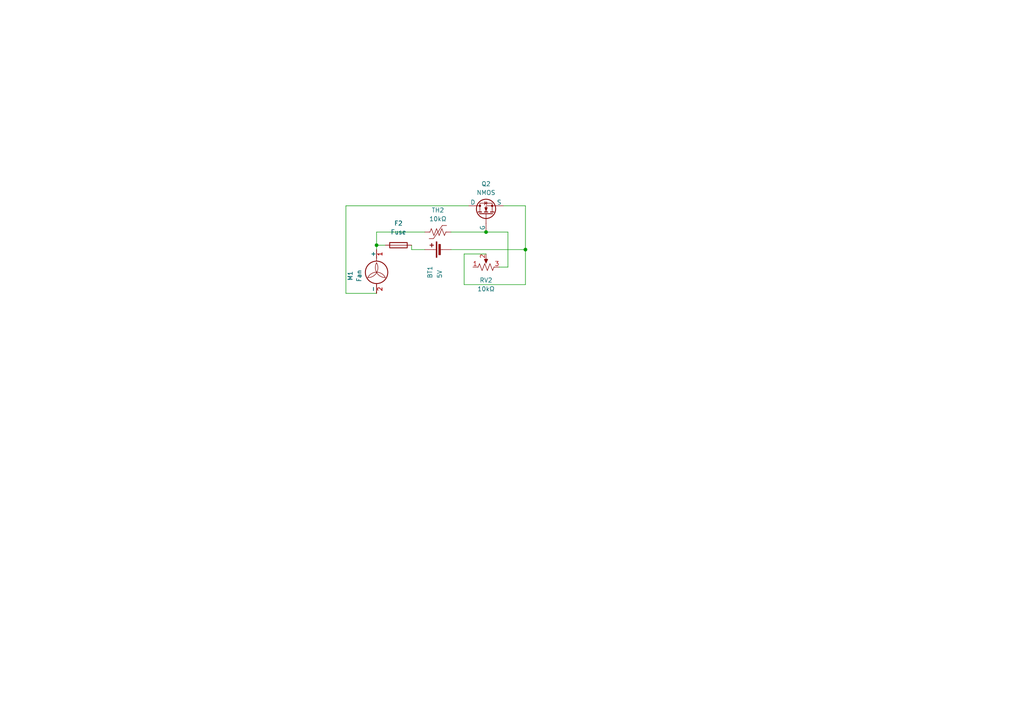
<source format=kicad_sch>
(kicad_sch (version 20250114) (generator "eeschema") (generator_version "9.0")
  (paper "A4")
  (lib_symbols
    (symbol "Device:Battery_Cell" (pin_numbers (hide yes)) (pin_names (offset 0) (hide yes))
      (property "Reference" "BT" (at 2.54 2.54 0))
      (property "Value" "Battery_Cell" (at 2.54 0 0))
      (symbol "Battery_Cell_0_1"
        (rectangle (start -2.286 1.778) (end 2.286 1.524) (fill (type outline)))
        (rectangle (start -1.524 1.016) (end 1.524 0.508) (fill (type outline)))
        (polyline (pts (xy 0 1.778) (xy 0 2.54)))
        (polyline (pts (xy 0 0.762) (xy 0 0)))
        (polyline (pts (xy 0.762 3.048) (xy 1.778 3.048)) (stroke (width 0.254)))
        (polyline (pts (xy 1.27 3.556) (xy 1.27 2.54)) (stroke (width 0.254)))
      )
      (symbol "Battery_Cell_1_1"
        (pin passive line (at 0 5.08 270) (length 2.54) (name "+") (number "1"))
        (pin passive line (at 0 -2.54 90) (length 2.54) (name "-") (number "2"))
      )
    )
    (symbol "Device:Fuse" (pin_numbers (hide yes)) (pin_names (offset 0))
      (property "Reference" "F" (at 2.032 0 90))
      (property "Value" "Fuse" (at -1.905 0 90))
      (symbol "Fuse_0_1"
        (rectangle (start -0.762 -2.54) (end 0.762 2.54) (stroke (width 0.254)))
        (polyline (pts (xy 0 2.54) (xy 0 -2.54)))
      )
      (symbol "Fuse_1_1"
        (pin passive line (at 0 3.81 270) (length 1.27) (name "~") (number "1"))
        (pin passive line (at 0 -3.81 90) (length 1.27) (name "~") (number "2"))
      )
    )
    (symbol "Device:R_Potentiometer_US" (pin_names (offset 1.016) (hide yes))
      (property "Reference" "RV" (at -4.445 0 90))
      (property "Value" "R_Potentiometer_US" (at -2.54 0 90))
      (symbol "R_Potentiometer_US_0_1"
        (polyline (pts (xy 0 2.54) (xy 0 2.286)))
        (polyline (pts (xy 0 2.286) (xy 1.016 1.905) (xy 0 1.524) (xy -1.016 1.143) (xy 0 0.762)))
        (polyline (pts (xy 0 0.762) (xy 1.016 0.381) (xy 0 0) (xy -1.016 -0.381) (xy 0 -0.762)))
        (polyline (pts (xy 0 -0.762) (xy 1.016 -1.143) (xy 0 -1.524) (xy -1.016 -1.905) (xy 0 -2.286)))
        (polyline (pts (xy 0 -2.286) (xy 0 -2.54)))
        (polyline (pts (xy 1.143 0) (xy 2.286 0.508) (xy 2.286 -0.508) (xy 1.143 0)) (fill (type outline)))
        (polyline (pts (xy 2.54 0) (xy 1.524 0)))
      )
      (symbol "R_Potentiometer_US_1_1"
        (pin passive line (at 0 3.81 270) (length 1.27) (name "1") (number "1"))
        (pin passive line (at 0 -3.81 90) (length 1.27) (name "3") (number "3"))
        (pin passive line (at 3.81 0 180) (length 1.27) (name "2") (number "2"))
      )
    )
    (symbol "Device:Thermistor_US" (pin_numbers (hide yes)) (pin_names (offset 0))
      (property "Reference" "TH" (at 2.54 1.27 90))
      (property "Value" "Thermistor_US" (at -2.54 0 90))
      (symbol "Thermistor_US_0_1"
        (polyline (pts (xy -1.905 2.54) (xy -1.905 1.27) (xy 1.905 -1.27)))
        (polyline (pts (xy 0 2.286) (xy 0 2.54)))
        (polyline (pts (xy 0 2.286) (xy 1.016 1.905) (xy 0 1.524) (xy -1.016 1.143) (xy 0 0.762)))
        (polyline (pts (xy 0 0.762) (xy 1.016 0.381) (xy 0 0) (xy -1.016 -0.381) (xy 0 -0.762)))
        (polyline (pts (xy 0 -0.762) (xy 1.016 -1.143) (xy 0 -1.524) (xy -1.016 -1.905) (xy 0 -2.286)))
        (polyline (pts (xy 0 -2.286) (xy 0 -2.54)))
        (polyline (pts (xy 1.905 -1.27) (xy 1.905 -2.54)))
      )
      (symbol "Thermistor_US_1_1"
        (pin passive line (at 0 3.81 270) (length 1.27) (name "~") (number "1"))
        (pin passive line (at 0 -3.81 90) (length 1.27) (name "~") (number "2"))
      )
    )
    (symbol "Motor:Fan" (pin_names (offset 0))
      (property "Reference" "M" (at 2.54 5.08 0))
      (property "Value" "Fan" (at 2.54 -2.54 0))
      (symbol "Fan_0_1"
        (arc (start 0 3.81) (mid -0.0015 0.9048) (end -2.54 -0.508))
        (polyline (pts (xy 0 4.572) (xy 0 5.08)))
        (polyline (pts (xy 0 4.2672) (xy 0 4.6228)))
        (circle (center 0 1.016) (radius 3.2512) (stroke (width 0.254)))
        (arc (start -2.54 -0.508) (mid 0 1.0618) (end 2.54 -0.508))
        (polyline (pts (xy 0 -2.2352) (xy 0 -2.6416)))
        (polyline (pts (xy 0 -5.08) (xy 0 -4.572)))
        (arc (start 2.54 -0.508) (mid 0.047 0.9315) (end 0 3.81))
      )
      (symbol "Fan_1_1"
        (pin passive line (at 0 7.62 270) (length 2.54) (name "+") (number "1"))
        (pin passive line (at 0 -5.08 90) (length 2.54) (name "-") (number "2"))
      )
    )
    (symbol "Simulation_SPICE:NMOS" (pin_numbers (hide yes)) (pin_names (offset 0))
      (property "Reference" "Q" (at 5.08 1.27 0))
      (property "Value" "NMOS" (at 5.08 -1.27 0))
      (symbol "NMOS_0_1"
        (polyline (pts (xy 0.254 1.905) (xy 0.254 -1.905)) (stroke (width 0.254)))
        (polyline (pts (xy 0.254 0) (xy -2.54 0)))
        (polyline (pts (xy 0.762 2.286) (xy 0.762 1.27)) (stroke (width 0.254)))
        (polyline (pts (xy 0.762 0.508) (xy 0.762 -0.508)) (stroke (width 0.254)))
        (polyline (pts (xy 0.762 -1.27) (xy 0.762 -2.286)) (stroke (width 0.254)))
        (polyline (pts (xy 0.762 -1.778) (xy 3.302 -1.778) (xy 3.302 1.778) (xy 0.762 1.778)))
        (polyline (pts (xy 1.016 0) (xy 2.032 0.381) (xy 2.032 -0.381) (xy 1.016 0)) (fill (type outline)))
        (circle (center 1.651 0) (radius 2.794) (stroke (width 0.254)))
        (polyline (pts (xy 2.54 2.54) (xy 2.54 1.778)))
        (circle (center 2.54 1.778) (radius 0.254) (fill (type outline)))
        (circle (center 2.54 -1.778) (radius 0.254) (fill (type outline)))
        (polyline (pts (xy 2.54 -2.54) (xy 2.54 0) (xy 0.762 0)))
        (polyline (pts (xy 2.794 0.508) (xy 2.921 0.381) (xy 3.683 0.381) (xy 3.81 0.254)))
        (polyline (pts (xy 3.302 0.381) (xy 2.921 -0.254) (xy 3.683 -0.254) (xy 3.302 0.381)))
      )
      (symbol "NMOS_1_1"
        (pin input line (at -5.08 0 0) (length 2.54) (name "G") (number "2"))
        (pin passive line (at 2.54 5.08 270) (length 2.54) (name "D") (number "1"))
        (pin passive line (at 2.54 -5.08 90) (length 2.54) (name "S") (number "3"))
      )
    )
  )
  (junction (at 109.22 71.12))
  (junction (at 152.4 72.39))
  (junction (at 140.97 67.31))
  (wire (pts (xy 135.89 59.69) (xy 100.33 59.69)))
  (wire (pts (xy 109.22 67.31) (xy 123.19 67.31)))
  (wire (pts (xy 147.32 77.47) (xy 147.32 67.31)))
  (wire (pts (xy 146.05 59.69) (xy 152.4 59.69)))
  (wire (pts (xy 100.33 59.69) (xy 100.33 85.09)))
  (wire (pts (xy 147.32 67.31) (xy 140.97 67.31)))
  (wire (pts (xy 130.81 67.31) (xy 140.97 67.31)))
  (wire (pts (xy 134.62 73.66) (xy 140.97 73.66)))
  (wire (pts (xy 111.76 71.12) (xy 109.22 71.12)))
  (wire (pts (xy 152.4 59.69) (xy 152.4 72.39)))
  (wire (pts (xy 152.4 72.39) (xy 152.4 82.55)))
  (wire (pts (xy 109.22 67.31) (xy 109.22 71.12)))
  (wire (pts (xy 134.62 82.55) (xy 152.4 82.55)))
  (wire (pts (xy 100.33 85.09) (xy 109.22 85.09)))
  (wire (pts (xy 119.38 71.12) (xy 119.38 72.39)))
  (wire (pts (xy 119.38 72.39) (xy 123.19 72.39)))
  (wire (pts (xy 109.22 71.12) (xy 109.22 72.39)))
  (wire (pts (xy 144.78 77.47) (xy 147.32 77.47)))
  (wire (pts (xy 134.62 82.55) (xy 134.62 73.66)))
  (wire (pts (xy 130.81 72.39) (xy 152.4 72.39)))
  (symbol (lib_id "Motor:Fan") (at 109.22 80.01 0) (unit 1)
    (property "Reference" "M1" (at 101.6 80.01 90))
    (property "Value" "Fan" (at 104.14 80.01 90))
    (property "Footprint" "LED_THT:LED_D3.0mm_Horizontal_O1.27mm_Z2.0mm_Clear" (effects (hide yes)))
    (property "Description" "Fan" (effects (hide yes)))
  )
  (symbol (lib_id "Device:Battery_Cell") (at 128.27 72.39 90) (unit 1)
    (property "Reference" "BT1" (at 124.714 80.772 0) (effects (justify left)))
    (property "Value" "5V" (at 127.508 80.772 0) (effects (justify left)))
    (property "Footprint" "Battery:BatteryHolder_MPD_BC2AAPC_2xAA" (effects (hide yes)))
    (property "Description" "Single-cell battery" (effects (hide yes)))
  )
  (symbol (lib_id "Device:R_Potentiometer_US") (at 140.97 77.47 90) (unit 1)
    (property "Reference" "RV2" (at 140.97 81.28 90))
    (property "Value" "10kΩ" (at 140.97 83.82 90))
    (property "Footprint" "Potentiometer_THT:Potentiometer_Bourns_3296P_Horizontal" (effects (hide yes)))
    (property "Description" "Potentiometer, US symbol" (effects (hide yes)))
  )
  (symbol (lib_id "Simulation_SPICE:NMOS") (at 140.97 62.23 90) (unit 1)
    (property "Reference" "Q2" (at 140.97 53.34 90))
    (property "Value" "NMOS" (at 140.97 55.88 90))
    (property "Footprint" "Package_TO_SOT_THT:TO-220F-3_Vertical" (effects (hide yes)))
    (property "Datasheet" "https://ngspice.sourceforge.io/docs/ngspice-html-manual/manual.xhtml#cha_MOSFETs" (effects (hide yes)))
    (property "Description" "N-MOSFET transistor, drain/source/gate" (effects (hide yes)))
    (property "Sim.Device" "NMOS" (effects (hide yes)))
    (property "Sim.Type" "VDMOS" (effects (hide yes)))
    (property "Sim.Pins" "1=D 2=G 3=S" (effects (hide yes)))
  )
  (symbol (lib_id "Device:Fuse") (at 115.57 71.12 90) (unit 1)
    (property "Reference" "F2" (at 115.57 64.77 90))
    (property "Value" "Fuse" (at 115.57 67.31 90))
    (property "Footprint" "Fuse:Fuse_0402_1005Metric_Pad0.77x0.64mm_HandSolder" (effects (hide yes)))
    (property "Description" "Fuse" (effects (hide yes)))
  )
  (symbol (lib_id "Device:Thermistor_US") (at 127 67.31 90) (unit 1)
    (property "Reference" "TH2" (at 127 60.96 90))
    (property "Value" "10kΩ" (at 127 63.5 90))
    (property "Footprint" "Resistor_SMD:R_0805_2012Metric_Pad1.20x1.40mm_HandSolder" (effects (hide yes)))
    (property "Description" "Thermistor, temperature dependent resistor, US symbol" (effects (hide yes)))
  )
)
</source>
